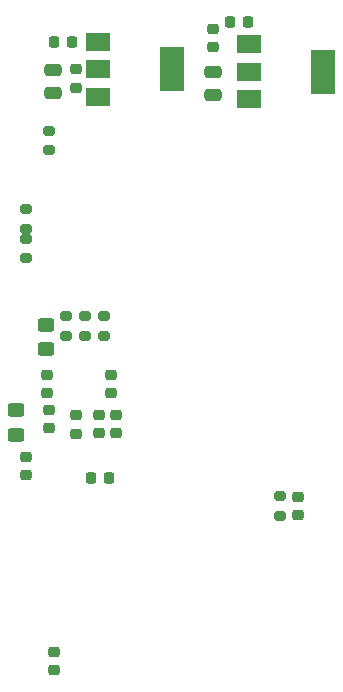
<source format=gbr>
%TF.GenerationSoftware,KiCad,Pcbnew,6.0.4-6f826c9f35~116~ubuntu20.04.1*%
%TF.CreationDate,2022-04-06T09:46:06+00:00*%
%TF.ProjectId,ADCoctoSPI01B,4144436f-6374-46f5-9350-493031422e6b,rev?*%
%TF.SameCoordinates,Original*%
%TF.FileFunction,Paste,Bot*%
%TF.FilePolarity,Positive*%
%FSLAX46Y46*%
G04 Gerber Fmt 4.6, Leading zero omitted, Abs format (unit mm)*
G04 Created by KiCad (PCBNEW 6.0.4-6f826c9f35~116~ubuntu20.04.1) date 2022-04-06 09:46:06*
%MOMM*%
%LPD*%
G01*
G04 APERTURE LIST*
G04 Aperture macros list*
%AMRoundRect*
0 Rectangle with rounded corners*
0 $1 Rounding radius*
0 $2 $3 $4 $5 $6 $7 $8 $9 X,Y pos of 4 corners*
0 Add a 4 corners polygon primitive as box body*
4,1,4,$2,$3,$4,$5,$6,$7,$8,$9,$2,$3,0*
0 Add four circle primitives for the rounded corners*
1,1,$1+$1,$2,$3*
1,1,$1+$1,$4,$5*
1,1,$1+$1,$6,$7*
1,1,$1+$1,$8,$9*
0 Add four rect primitives between the rounded corners*
20,1,$1+$1,$2,$3,$4,$5,0*
20,1,$1+$1,$4,$5,$6,$7,0*
20,1,$1+$1,$6,$7,$8,$9,0*
20,1,$1+$1,$8,$9,$2,$3,0*%
G04 Aperture macros list end*
%ADD10R,2.000000X1.500000*%
%ADD11R,2.000000X3.800000*%
%ADD12RoundRect,0.200000X0.275000X-0.200000X0.275000X0.200000X-0.275000X0.200000X-0.275000X-0.200000X0*%
%ADD13RoundRect,0.200000X-0.275000X0.200000X-0.275000X-0.200000X0.275000X-0.200000X0.275000X0.200000X0*%
%ADD14RoundRect,0.225000X0.250000X-0.225000X0.250000X0.225000X-0.250000X0.225000X-0.250000X-0.225000X0*%
%ADD15RoundRect,0.225000X-0.250000X0.225000X-0.250000X-0.225000X0.250000X-0.225000X0.250000X0.225000X0*%
%ADD16RoundRect,0.225000X-0.225000X-0.250000X0.225000X-0.250000X0.225000X0.250000X-0.225000X0.250000X0*%
%ADD17RoundRect,0.225000X0.225000X0.250000X-0.225000X0.250000X-0.225000X-0.250000X0.225000X-0.250000X0*%
%ADD18RoundRect,0.250000X-0.450000X0.325000X-0.450000X-0.325000X0.450000X-0.325000X0.450000X0.325000X0*%
%ADD19RoundRect,0.250000X-0.475000X0.250000X-0.475000X-0.250000X0.475000X-0.250000X0.475000X0.250000X0*%
G04 APERTURE END LIST*
D10*
%TO.C,U2*%
X94297500Y-75562520D03*
X94297500Y-73262520D03*
D11*
X100597500Y-73262520D03*
D10*
X94297500Y-70962520D03*
%TD*%
%TO.C,U3*%
X107088540Y-75741560D03*
D11*
X113388540Y-73441560D03*
D10*
X107088540Y-73441560D03*
X107088540Y-71141560D03*
%TD*%
D12*
%TO.C,R9*%
X109728000Y-111061000D03*
X109728000Y-109411000D03*
%TD*%
D13*
%TO.C,R12*%
X90180160Y-78438240D03*
X90180160Y-80088240D03*
%TD*%
%TO.C,R13*%
X88239600Y-85077800D03*
X88239600Y-86727800D03*
%TD*%
%TO.C,R14*%
X88239600Y-87579700D03*
X88239600Y-89229700D03*
%TD*%
D12*
%TO.C,R15*%
X91653360Y-95795600D03*
X91653360Y-94145600D03*
%TD*%
%TO.C,R16*%
X93258640Y-95795600D03*
X93258640Y-94145600D03*
%TD*%
%TO.C,R17*%
X94863920Y-95793760D03*
X94863920Y-94143760D03*
%TD*%
D14*
%TO.C,C19*%
X92481400Y-104088800D03*
X92481400Y-102538800D03*
%TD*%
%TO.C,C20*%
X90170000Y-103657000D03*
X90170000Y-102107000D03*
%TD*%
D15*
%TO.C,C21*%
X90043000Y-99109800D03*
X90043000Y-100659800D03*
%TD*%
D14*
%TO.C,C24*%
X111252000Y-111023000D03*
X111252000Y-109473000D03*
%TD*%
%TO.C,C25*%
X90627200Y-124125000D03*
X90627200Y-122575000D03*
%TD*%
D16*
%TO.C,C26*%
X90563400Y-70967600D03*
X92113400Y-70967600D03*
%TD*%
%TO.C,C27*%
X105491680Y-69265800D03*
X107041680Y-69265800D03*
%TD*%
D14*
%TO.C,C28*%
X92417900Y-74790600D03*
X92417900Y-73240600D03*
%TD*%
D15*
%TO.C,C29*%
X104038400Y-69842780D03*
X104038400Y-71392780D03*
%TD*%
D14*
%TO.C,C33*%
X95834200Y-104064800D03*
X95834200Y-102514800D03*
%TD*%
D15*
%TO.C,C34*%
X95453200Y-99111200D03*
X95453200Y-100661200D03*
%TD*%
D14*
%TO.C,C35*%
X94437200Y-104064800D03*
X94437200Y-102514800D03*
%TD*%
D15*
%TO.C,C36*%
X88265000Y-106069400D03*
X88265000Y-107619400D03*
%TD*%
D17*
%TO.C,C39*%
X95265540Y-107881420D03*
X93715540Y-107881420D03*
%TD*%
D18*
%TO.C,L2*%
X87416640Y-102119320D03*
X87416640Y-104169320D03*
%TD*%
%TO.C,L3*%
X89916000Y-94900600D03*
X89916000Y-96950600D03*
%TD*%
D19*
%TO.C,C31*%
X90525600Y-73332300D03*
X90525600Y-75232300D03*
%TD*%
%TO.C,C30*%
X104038400Y-73484700D03*
X104038400Y-75384700D03*
%TD*%
M02*

</source>
